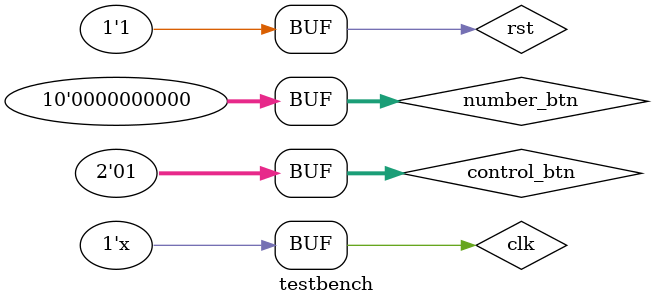
<source format=v>
`timescale 1ns / 1ps

module testbench();

reg rst, clk;
reg [9:0] number_btn;
reg [1:0] control_btn;

wire LCD_E, LCD_RS, LCD_RW;
wire [7:0] LCD_DATA;
wire [7:0] LED_out;

LCD_cursor tb(rst, clk, LCD_E, LCD_RS, LCD_RW, LCD_DATA, LED_out, number_btn, control_btn);

initial begin
    clk <= 0;
    rst <= 1;
    #1 rst <= 0;
    #1 rst <= 1;
    #1 number_btn <= 10'b0000_0000_00;
       control_btn <= 10'b0000_0000_00;
    #50 number_btn <= 10'b0100_0000_00; //2 => {RS, RW, DATA} <= 10'b1_0_0011_0010
    #50 number_btn <= 10'b0000_0100_00; //6 => {RS ,RW, DATA} <= 10'b1_0_0011_0110
    #50 number_btn <= 10'b0000_0000_10; //9 => {RS, RW, DATA} <= 10'b1_0_0011_1001
    #10 number_btn <= 10'b0000_0000_00;
    #30 control_btn <= 2'b10; //shift left
    #30 control_btn <= 2'b01; //shift right
    end
    
always begin
    #1 clk <= ~clk;
end

endmodule

</source>
